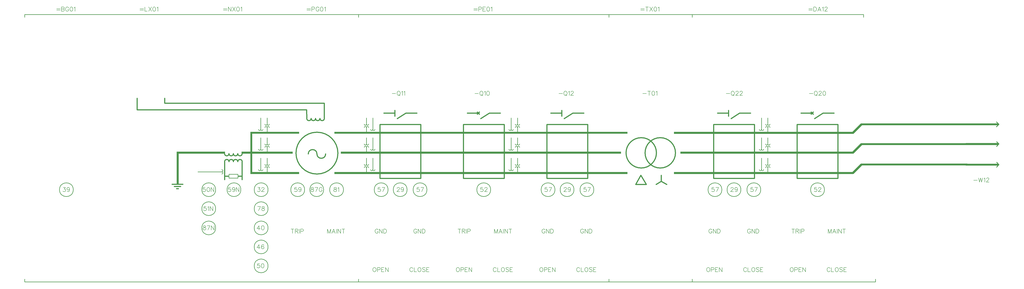
<source format=gto>
G04 Layer: TopSilkscreenLayer*
G04 EasyEDA v6.5.34, 2023-08-21 18:11:39*
G04 7820172c1e5c4a8f996b360b20b43df3,5a6b42c53f6a479593ecc07194224c93,10*
G04 Gerber Generator version 0.2*
G04 Scale: 100 percent, Rotated: No, Reflected: No *
G04 Dimensions in millimeters *
G04 leading zeros omitted , absolute positions ,4 integer and 5 decimal *
%FSLAX45Y45*%
%MOMM*%

%ADD10C,0.2032*%
%ADD11C,0.2540*%
%ADD12C,0.5000*%
%ADD13C,1.0000*%

%LPD*%
D10*
X46685200Y4920234D02*
G01*
X46851570Y4920234D01*
X46912529Y5030978D02*
G01*
X46958504Y4837176D01*
X47004732Y5030978D02*
G01*
X46958504Y4837176D01*
X47004732Y5030978D02*
G01*
X47050959Y4837176D01*
X47097188Y5030978D02*
G01*
X47050959Y4837176D01*
X47158148Y4994147D02*
G01*
X47176690Y5003292D01*
X47204375Y5030978D01*
X47204375Y4837176D01*
X47274479Y4984750D02*
G01*
X47274479Y4994147D01*
X47283624Y5012689D01*
X47293022Y5021834D01*
X47311309Y5030978D01*
X47348393Y5030978D01*
X47366936Y5021834D01*
X47376079Y5012689D01*
X47385224Y4994147D01*
X47385224Y4975605D01*
X47376079Y4957063D01*
X47357538Y4929378D01*
X47265336Y4837176D01*
X47394622Y4837176D01*
X23712487Y8920734D02*
G01*
X23878857Y8920734D01*
X23995189Y9031478D02*
G01*
X23976647Y9022334D01*
X23958359Y9003792D01*
X23948961Y8985250D01*
X23939817Y8957563D01*
X23939817Y8911589D01*
X23948961Y8883650D01*
X23958359Y8865362D01*
X23976647Y8846820D01*
X23995189Y8837676D01*
X24032273Y8837676D01*
X24050561Y8846820D01*
X24069103Y8865362D01*
X24078247Y8883650D01*
X24087645Y8911589D01*
X24087645Y8957563D01*
X24078247Y8985250D01*
X24069103Y9003792D01*
X24050561Y9022334D01*
X24032273Y9031478D01*
X23995189Y9031478D01*
X24022875Y8874505D02*
G01*
X24078247Y8819134D01*
X24148605Y8994647D02*
G01*
X24166893Y9003792D01*
X24194833Y9031478D01*
X24194833Y8837676D01*
X24311165Y9031478D02*
G01*
X24283479Y9022334D01*
X24264937Y8994647D01*
X24255793Y8948420D01*
X24255793Y8920734D01*
X24264937Y8874505D01*
X24283479Y8846820D01*
X24311165Y8837676D01*
X24329453Y8837676D01*
X24357393Y8846820D01*
X24375681Y8874505D01*
X24385079Y8920734D01*
X24385079Y8948420D01*
X24375681Y8994647D01*
X24357393Y9022334D01*
X24329453Y9031478D01*
X24311165Y9031478D01*
X27586089Y8920734D02*
G01*
X27752459Y8920734D01*
X27868791Y9031478D02*
G01*
X27850249Y9022334D01*
X27831707Y9003792D01*
X27822563Y8985250D01*
X27813419Y8957563D01*
X27813419Y8911589D01*
X27822563Y8883650D01*
X27831707Y8865362D01*
X27850249Y8846820D01*
X27868791Y8837676D01*
X27905621Y8837676D01*
X27924163Y8846820D01*
X27942705Y8865362D01*
X27951849Y8883650D01*
X27960993Y8911589D01*
X27960993Y8957563D01*
X27951849Y8985250D01*
X27942705Y9003792D01*
X27924163Y9022334D01*
X27905621Y9031478D01*
X27868791Y9031478D01*
X27896477Y8874505D02*
G01*
X27951849Y8819134D01*
X28021953Y8994647D02*
G01*
X28040495Y9003792D01*
X28068181Y9031478D01*
X28068181Y8837676D01*
X28138539Y8985250D02*
G01*
X28138539Y8994647D01*
X28147683Y9013189D01*
X28156827Y9022334D01*
X28175369Y9031478D01*
X28212453Y9031478D01*
X28230741Y9022334D01*
X28240139Y9013189D01*
X28249283Y8994647D01*
X28249283Y8976105D01*
X28240139Y8957563D01*
X28221597Y8929878D01*
X28129141Y8837676D01*
X28258427Y8837676D01*
X19902665Y8920734D02*
G01*
X20068781Y8920734D01*
X20185113Y9031478D02*
G01*
X20166825Y9022334D01*
X20148283Y9003792D01*
X20139139Y8985250D01*
X20129741Y8957563D01*
X20129741Y8911589D01*
X20139139Y8883650D01*
X20148283Y8865362D01*
X20166825Y8846820D01*
X20185113Y8837676D01*
X20222197Y8837676D01*
X20240739Y8846820D01*
X20259027Y8865362D01*
X20268425Y8883650D01*
X20277569Y8911589D01*
X20277569Y8957563D01*
X20268425Y8985250D01*
X20259027Y9003792D01*
X20240739Y9022334D01*
X20222197Y9031478D01*
X20185113Y9031478D01*
X20213053Y8874505D02*
G01*
X20268425Y8819134D01*
X20338529Y8994647D02*
G01*
X20357071Y9003792D01*
X20384757Y9031478D01*
X20384757Y8837676D01*
X20445717Y8994647D02*
G01*
X20464259Y9003792D01*
X20491945Y9031478D01*
X20491945Y8837676D01*
X8292261Y12834620D02*
G01*
X8458377Y12834620D01*
X8292261Y12779247D02*
G01*
X8458377Y12779247D01*
X8519337Y12917678D02*
G01*
X8519337Y12723876D01*
X8519337Y12723876D02*
G01*
X8630335Y12723876D01*
X8691295Y12917678D02*
G01*
X8820581Y12723876D01*
X8820581Y12917678D02*
G01*
X8691295Y12723876D01*
X8936913Y12917678D02*
G01*
X8909227Y12908534D01*
X8890685Y12880847D01*
X8881541Y12834620D01*
X8881541Y12806934D01*
X8890685Y12760705D01*
X8909227Y12733020D01*
X8936913Y12723876D01*
X8955455Y12723876D01*
X8983141Y12733020D01*
X9001429Y12760705D01*
X9010827Y12806934D01*
X9010827Y12834620D01*
X9001429Y12880847D01*
X8983141Y12908534D01*
X8955455Y12917678D01*
X8936913Y12917678D01*
X9071787Y12880847D02*
G01*
X9090075Y12889992D01*
X9118015Y12917678D01*
X9118015Y12723876D01*
X23665103Y12834620D02*
G01*
X23831219Y12834620D01*
X23665103Y12779247D02*
G01*
X23831219Y12779247D01*
X23892179Y12917678D02*
G01*
X23892179Y12723876D01*
X23892179Y12917678D02*
G01*
X23975237Y12917678D01*
X24002923Y12908534D01*
X24012321Y12899389D01*
X24021465Y12880847D01*
X24021465Y12853162D01*
X24012321Y12834620D01*
X24002923Y12825476D01*
X23975237Y12816078D01*
X23892179Y12816078D01*
X24082425Y12917678D02*
G01*
X24082425Y12723876D01*
X24082425Y12917678D02*
G01*
X24202567Y12917678D01*
X24082425Y12825476D02*
G01*
X24156339Y12825476D01*
X24082425Y12723876D02*
G01*
X24202567Y12723876D01*
X24318899Y12917678D02*
G01*
X24291213Y12908534D01*
X24272671Y12880847D01*
X24263527Y12834620D01*
X24263527Y12806934D01*
X24272671Y12760705D01*
X24291213Y12733020D01*
X24318899Y12723876D01*
X24337441Y12723876D01*
X24365127Y12733020D01*
X24383669Y12760705D01*
X24392813Y12806934D01*
X24392813Y12834620D01*
X24383669Y12880847D01*
X24365127Y12908534D01*
X24337441Y12917678D01*
X24318899Y12917678D01*
X24453773Y12880847D02*
G01*
X24472315Y12889992D01*
X24500001Y12917678D01*
X24500001Y12723876D01*
X12135281Y12834620D02*
G01*
X12301651Y12834620D01*
X12135281Y12779247D02*
G01*
X12301651Y12779247D01*
X12362611Y12917678D02*
G01*
X12362611Y12723876D01*
X12362611Y12917678D02*
G01*
X12491897Y12723876D01*
X12491897Y12917678D02*
G01*
X12491897Y12723876D01*
X12552857Y12917678D02*
G01*
X12682143Y12723876D01*
X12682143Y12917678D02*
G01*
X12552857Y12723876D01*
X12798475Y12917678D02*
G01*
X12770789Y12908534D01*
X12752247Y12880847D01*
X12743103Y12834620D01*
X12743103Y12806934D01*
X12752247Y12760705D01*
X12770789Y12733020D01*
X12798475Y12723876D01*
X12817017Y12723876D01*
X12844703Y12733020D01*
X12863245Y12760705D01*
X12872389Y12806934D01*
X12872389Y12834620D01*
X12863245Y12880847D01*
X12844703Y12908534D01*
X12817017Y12917678D01*
X12798475Y12917678D01*
X12933349Y12880847D02*
G01*
X12951891Y12889992D01*
X12979577Y12917678D01*
X12979577Y12723876D01*
X15978555Y12834620D02*
G01*
X16144925Y12834620D01*
X15978555Y12779247D02*
G01*
X16144925Y12779247D01*
X16205885Y12917678D02*
G01*
X16205885Y12723876D01*
X16205885Y12917678D02*
G01*
X16288943Y12917678D01*
X16316629Y12908534D01*
X16325773Y12899389D01*
X16335171Y12880847D01*
X16335171Y12853162D01*
X16325773Y12834620D01*
X16316629Y12825476D01*
X16288943Y12816078D01*
X16205885Y12816078D01*
X16534561Y12871450D02*
G01*
X16525417Y12889992D01*
X16506875Y12908534D01*
X16488333Y12917678D01*
X16451503Y12917678D01*
X16432961Y12908534D01*
X16414419Y12889992D01*
X16405275Y12871450D01*
X16396131Y12843763D01*
X16396131Y12797789D01*
X16405275Y12769850D01*
X16414419Y12751562D01*
X16432961Y12733020D01*
X16451503Y12723876D01*
X16488333Y12723876D01*
X16506875Y12733020D01*
X16525417Y12751562D01*
X16534561Y12769850D01*
X16534561Y12797789D01*
X16488333Y12797789D02*
G01*
X16534561Y12797789D01*
X16650893Y12917678D02*
G01*
X16623207Y12908534D01*
X16604919Y12880847D01*
X16595521Y12834620D01*
X16595521Y12806934D01*
X16604919Y12760705D01*
X16623207Y12733020D01*
X16650893Y12723876D01*
X16669435Y12723876D01*
X16697121Y12733020D01*
X16715663Y12760705D01*
X16724807Y12806934D01*
X16724807Y12834620D01*
X16715663Y12880847D01*
X16697121Y12908534D01*
X16669435Y12917678D01*
X16650893Y12917678D01*
X16785767Y12880847D02*
G01*
X16804309Y12889992D01*
X16831995Y12917678D01*
X16831995Y12723876D01*
X31351347Y12834620D02*
G01*
X31517716Y12834620D01*
X31351347Y12779247D02*
G01*
X31517716Y12779247D01*
X31643193Y12917678D02*
G01*
X31643193Y12723876D01*
X31578677Y12917678D02*
G01*
X31707963Y12917678D01*
X31768923Y12917678D02*
G01*
X31898209Y12723876D01*
X31898209Y12917678D02*
G01*
X31768923Y12723876D01*
X32014540Y12917678D02*
G01*
X31986854Y12908534D01*
X31968313Y12880847D01*
X31959168Y12834620D01*
X31959168Y12806934D01*
X31968313Y12760705D01*
X31986854Y12733020D01*
X32014540Y12723876D01*
X32033083Y12723876D01*
X32060768Y12733020D01*
X32079311Y12760705D01*
X32088454Y12806934D01*
X32088454Y12834620D01*
X32079311Y12880847D01*
X32060768Y12908534D01*
X32033083Y12917678D01*
X32014540Y12917678D01*
X32149415Y12880847D02*
G01*
X32167957Y12889992D01*
X32195643Y12917678D01*
X32195643Y12723876D01*
X31446901Y8920734D02*
G01*
X31613271Y8920734D01*
X31738747Y9031478D02*
G01*
X31738747Y8837676D01*
X31674231Y9031478D02*
G01*
X31803517Y9031478D01*
X31919849Y9031478D02*
G01*
X31892163Y9022334D01*
X31873621Y8994647D01*
X31864477Y8948420D01*
X31864477Y8920734D01*
X31873621Y8874505D01*
X31892163Y8846820D01*
X31919849Y8837676D01*
X31938391Y8837676D01*
X31966077Y8846820D01*
X31984365Y8874505D01*
X31993763Y8920734D01*
X31993763Y8948420D01*
X31984365Y8994647D01*
X31966077Y9022334D01*
X31938391Y9031478D01*
X31919849Y9031478D01*
X32054723Y8994647D02*
G01*
X32073265Y9003792D01*
X32100951Y9031478D01*
X32100951Y8837676D01*
X35290061Y8920734D02*
G01*
X35456431Y8920734D01*
X35572763Y9031478D02*
G01*
X35554221Y9022334D01*
X35535679Y9003792D01*
X35526535Y8985250D01*
X35517391Y8957563D01*
X35517391Y8911589D01*
X35526535Y8883650D01*
X35535679Y8865362D01*
X35554221Y8846820D01*
X35572763Y8837676D01*
X35609593Y8837676D01*
X35628135Y8846820D01*
X35646677Y8865362D01*
X35655821Y8883650D01*
X35665219Y8911589D01*
X35665219Y8957563D01*
X35655821Y8985250D01*
X35646677Y9003792D01*
X35628135Y9022334D01*
X35609593Y9031478D01*
X35572763Y9031478D01*
X35600449Y8874505D02*
G01*
X35655821Y8819134D01*
X35735323Y8985250D02*
G01*
X35735323Y8994647D01*
X35744467Y9013189D01*
X35753865Y9022334D01*
X35772153Y9031478D01*
X35809237Y9031478D01*
X35827779Y9022334D01*
X35836923Y9013189D01*
X35846067Y8994647D01*
X35846067Y8976105D01*
X35836923Y8957563D01*
X35818381Y8929878D01*
X35726179Y8837676D01*
X35855465Y8837676D01*
X35925569Y8985250D02*
G01*
X35925569Y8994647D01*
X35934713Y9013189D01*
X35944111Y9022334D01*
X35962399Y9031478D01*
X35999483Y9031478D01*
X36018025Y9022334D01*
X36027169Y9013189D01*
X36036313Y8994647D01*
X36036313Y8976105D01*
X36027169Y8957563D01*
X36008627Y8929878D01*
X35916425Y8837676D01*
X36045711Y8837676D01*
X39114818Y8920734D02*
G01*
X39280934Y8920734D01*
X39397520Y9031478D02*
G01*
X39378978Y9022334D01*
X39360436Y9003792D01*
X39351292Y8985250D01*
X39341894Y8957563D01*
X39341894Y8911589D01*
X39351292Y8883650D01*
X39360436Y8865362D01*
X39378978Y8846820D01*
X39397520Y8837676D01*
X39434350Y8837676D01*
X39452892Y8846820D01*
X39471434Y8865362D01*
X39480578Y8883650D01*
X39489722Y8911589D01*
X39489722Y8957563D01*
X39480578Y8985250D01*
X39471434Y9003792D01*
X39452892Y9022334D01*
X39434350Y9031478D01*
X39397520Y9031478D01*
X39425206Y8874505D02*
G01*
X39480578Y8819134D01*
X39560080Y8985250D02*
G01*
X39560080Y8994647D01*
X39569224Y9013189D01*
X39578368Y9022334D01*
X39596910Y9031478D01*
X39633994Y9031478D01*
X39652282Y9022334D01*
X39661680Y9013189D01*
X39670824Y8994647D01*
X39670824Y8976105D01*
X39661680Y8957563D01*
X39643138Y8929878D01*
X39550682Y8837676D01*
X39679968Y8837676D01*
X39796554Y9031478D02*
G01*
X39768614Y9022334D01*
X39750326Y8994647D01*
X39740928Y8948420D01*
X39740928Y8920734D01*
X39750326Y8874505D01*
X39768614Y8846820D01*
X39796554Y8837676D01*
X39814842Y8837676D01*
X39842528Y8846820D01*
X39861070Y8874505D01*
X39870214Y8920734D01*
X39870214Y8948420D01*
X39861070Y8994647D01*
X39842528Y9022334D01*
X39814842Y9031478D01*
X39796554Y9031478D01*
X26758668Y890831D02*
G01*
X26740126Y881687D01*
X26721584Y863145D01*
X26712440Y844603D01*
X26703296Y816917D01*
X26703296Y770689D01*
X26712440Y743003D01*
X26721584Y724715D01*
X26740126Y706173D01*
X26758668Y696775D01*
X26795498Y696775D01*
X26814040Y706173D01*
X26832582Y724715D01*
X26841726Y743003D01*
X26850870Y770689D01*
X26850870Y816917D01*
X26841726Y844603D01*
X26832582Y863145D01*
X26814040Y881687D01*
X26795498Y890831D01*
X26758668Y890831D01*
X26911830Y890831D02*
G01*
X26911830Y696775D01*
X26911830Y890831D02*
G01*
X26995142Y890831D01*
X27022828Y881687D01*
X27031972Y872289D01*
X27041116Y854001D01*
X27041116Y826315D01*
X27031972Y807773D01*
X27022828Y798375D01*
X26995142Y789231D01*
X26911830Y789231D01*
X27102076Y890831D02*
G01*
X27102076Y696775D01*
X27102076Y890831D02*
G01*
X27222218Y890831D01*
X27102076Y798375D02*
G01*
X27175990Y798375D01*
X27102076Y696775D02*
G01*
X27222218Y696775D01*
X27283178Y890831D02*
G01*
X27283178Y696775D01*
X27283178Y890831D02*
G01*
X27412464Y696775D01*
X27412464Y890831D02*
G01*
X27412464Y696775D01*
X28724501Y2622382D02*
G01*
X28715357Y2640924D01*
X28696815Y2659466D01*
X28678527Y2668610D01*
X28641443Y2668610D01*
X28622901Y2659466D01*
X28604613Y2640924D01*
X28595215Y2622382D01*
X28586071Y2594696D01*
X28586071Y2548722D01*
X28595215Y2520782D01*
X28604613Y2502494D01*
X28622901Y2483952D01*
X28641443Y2474808D01*
X28678527Y2474808D01*
X28696815Y2483952D01*
X28715357Y2502494D01*
X28724501Y2520782D01*
X28724501Y2548722D01*
X28678527Y2548722D02*
G01*
X28724501Y2548722D01*
X28785461Y2668610D02*
G01*
X28785461Y2474808D01*
X28785461Y2668610D02*
G01*
X28915001Y2474808D01*
X28915001Y2668610D02*
G01*
X28915001Y2474808D01*
X28975961Y2668610D02*
G01*
X28975961Y2474808D01*
X28975961Y2668610D02*
G01*
X29040477Y2668610D01*
X29068163Y2659466D01*
X29086705Y2640924D01*
X29095849Y2622382D01*
X29105247Y2594696D01*
X29105247Y2548722D01*
X29095849Y2520782D01*
X29086705Y2502494D01*
X29068163Y2483952D01*
X29040477Y2474808D01*
X28975961Y2474808D01*
X26946098Y2622550D02*
G01*
X26936954Y2641092D01*
X26918411Y2659634D01*
X26900124Y2668778D01*
X26863040Y2668778D01*
X26844498Y2659634D01*
X26826209Y2641092D01*
X26816811Y2622550D01*
X26807668Y2594863D01*
X26807668Y2548889D01*
X26816811Y2520950D01*
X26826209Y2502662D01*
X26844498Y2484120D01*
X26863040Y2474976D01*
X26900124Y2474976D01*
X26918411Y2484120D01*
X26936954Y2502662D01*
X26946098Y2520950D01*
X26946098Y2548889D01*
X26900124Y2548889D02*
G01*
X26946098Y2548889D01*
X27007058Y2668778D02*
G01*
X27007058Y2474976D01*
X27007058Y2668778D02*
G01*
X27136598Y2474976D01*
X27136598Y2668778D02*
G01*
X27136598Y2474976D01*
X27197558Y2668778D02*
G01*
X27197558Y2474976D01*
X27197558Y2668778D02*
G01*
X27262074Y2668778D01*
X27289759Y2659634D01*
X27308302Y2641092D01*
X27317445Y2622550D01*
X27326843Y2594863D01*
X27326843Y2548889D01*
X27317445Y2520950D01*
X27308302Y2502662D01*
X27289759Y2484120D01*
X27262074Y2474976D01*
X27197558Y2474976D01*
X27818016Y4540250D02*
G01*
X27818016Y4549647D01*
X27827414Y4568189D01*
X27836558Y4577334D01*
X27855100Y4586478D01*
X27891930Y4586478D01*
X27910472Y4577334D01*
X27919616Y4568189D01*
X27929014Y4549647D01*
X27929014Y4531105D01*
X27919616Y4512563D01*
X27901328Y4484878D01*
X27808872Y4392676D01*
X27938158Y4392676D01*
X28119260Y4521962D02*
G01*
X28109862Y4494276D01*
X28091574Y4475734D01*
X28063888Y4466589D01*
X28054490Y4466589D01*
X28026804Y4475734D01*
X28008262Y4494276D01*
X27999118Y4521962D01*
X27999118Y4531105D01*
X28008262Y4558792D01*
X28026804Y4577334D01*
X28054490Y4586478D01*
X28063888Y4586478D01*
X28091574Y4577334D01*
X28109862Y4558792D01*
X28119260Y4521962D01*
X28119260Y4475734D01*
X28109862Y4429505D01*
X28091574Y4401820D01*
X28063888Y4392676D01*
X28045346Y4392676D01*
X28017660Y4401820D01*
X28008262Y4420362D01*
X28834016Y4586478D02*
G01*
X28741814Y4586478D01*
X28732416Y4503420D01*
X28741814Y4512563D01*
X28769500Y4521962D01*
X28797186Y4521962D01*
X28824872Y4512563D01*
X28843414Y4494276D01*
X28852558Y4466589D01*
X28852558Y4448047D01*
X28843414Y4420362D01*
X28824872Y4401820D01*
X28797186Y4392676D01*
X28769500Y4392676D01*
X28741814Y4401820D01*
X28732416Y4410963D01*
X28723272Y4429505D01*
X29042804Y4586478D02*
G01*
X28950602Y4392676D01*
X28913518Y4586478D02*
G01*
X29042804Y4586478D01*
X27043316Y4586478D02*
G01*
X26951114Y4586478D01*
X26941716Y4503420D01*
X26951114Y4512563D01*
X26978800Y4521962D01*
X27006486Y4521962D01*
X27034172Y4512563D01*
X27052714Y4494276D01*
X27061858Y4466589D01*
X27061858Y4448047D01*
X27052714Y4420362D01*
X27034172Y4401820D01*
X27006486Y4392676D01*
X26978800Y4392676D01*
X26951114Y4401820D01*
X26941716Y4410963D01*
X26932572Y4429505D01*
X27252104Y4586478D02*
G01*
X27159902Y4392676D01*
X27122818Y4586478D02*
G01*
X27252104Y4586478D01*
X28543443Y844603D02*
G01*
X28534299Y863145D01*
X28515757Y881687D01*
X28497215Y890831D01*
X28460385Y890831D01*
X28441843Y881687D01*
X28423555Y863145D01*
X28414157Y844603D01*
X28405013Y816917D01*
X28405013Y770689D01*
X28414157Y743003D01*
X28423555Y724715D01*
X28441843Y706173D01*
X28460385Y696775D01*
X28497215Y696775D01*
X28515757Y706173D01*
X28534299Y724715D01*
X28543443Y743003D01*
X28604403Y890831D02*
G01*
X28604403Y696775D01*
X28604403Y696775D02*
G01*
X28715401Y696775D01*
X28831733Y890831D02*
G01*
X28813191Y881687D01*
X28794649Y863145D01*
X28785505Y844603D01*
X28776361Y816917D01*
X28776361Y770689D01*
X28785505Y743003D01*
X28794649Y724715D01*
X28813191Y706173D01*
X28831733Y696775D01*
X28868563Y696775D01*
X28887105Y706173D01*
X28905647Y724715D01*
X28914791Y743003D01*
X28923935Y770689D01*
X28923935Y816917D01*
X28914791Y844603D01*
X28905647Y863145D01*
X28887105Y881687D01*
X28868563Y890831D01*
X28831733Y890831D01*
X29114435Y863145D02*
G01*
X29095893Y881687D01*
X29068207Y890831D01*
X29031123Y890831D01*
X29003437Y881687D01*
X28984895Y863145D01*
X28984895Y844603D01*
X28994293Y826315D01*
X29003437Y816917D01*
X29021979Y807773D01*
X29077351Y789231D01*
X29095893Y780087D01*
X29105037Y770689D01*
X29114435Y752401D01*
X29114435Y724715D01*
X29095893Y706173D01*
X29068207Y696775D01*
X29031123Y696775D01*
X29003437Y706173D01*
X28984895Y724715D01*
X29175395Y890831D02*
G01*
X29175395Y696775D01*
X29175395Y890831D02*
G01*
X29295283Y890831D01*
X29175395Y798375D02*
G01*
X29249055Y798375D01*
X29175395Y696775D02*
G01*
X29295283Y696775D01*
X15513735Y4586478D02*
G01*
X15421533Y4586478D01*
X15412135Y4503420D01*
X15421533Y4512563D01*
X15449219Y4521962D01*
X15476905Y4521962D01*
X15504591Y4512563D01*
X15523133Y4494276D01*
X15532277Y4466589D01*
X15532277Y4448047D01*
X15523133Y4420362D01*
X15504591Y4401820D01*
X15476905Y4392676D01*
X15449219Y4392676D01*
X15421533Y4401820D01*
X15412135Y4410963D01*
X15402991Y4429505D01*
X15713379Y4521962D02*
G01*
X15703981Y4494276D01*
X15685693Y4475734D01*
X15658007Y4466589D01*
X15648609Y4466589D01*
X15620923Y4475734D01*
X15602381Y4494276D01*
X15593237Y4521962D01*
X15593237Y4531105D01*
X15602381Y4558792D01*
X15620923Y4577334D01*
X15648609Y4586478D01*
X15658007Y4586478D01*
X15685693Y4577334D01*
X15703981Y4558792D01*
X15713379Y4521962D01*
X15713379Y4475734D01*
X15703981Y4429505D01*
X15685693Y4401820D01*
X15658007Y4392676D01*
X15639465Y4392676D01*
X15611779Y4401820D01*
X15602381Y4420362D01*
X17262525Y4586478D02*
G01*
X17234839Y4577334D01*
X17225441Y4558792D01*
X17225441Y4540250D01*
X17234839Y4521962D01*
X17253127Y4512563D01*
X17290211Y4503420D01*
X17317897Y4494276D01*
X17336439Y4475734D01*
X17345583Y4457192D01*
X17345583Y4429505D01*
X17336439Y4410963D01*
X17327041Y4401820D01*
X17299355Y4392676D01*
X17262525Y4392676D01*
X17234839Y4401820D01*
X17225441Y4410963D01*
X17216297Y4429505D01*
X17216297Y4457192D01*
X17225441Y4475734D01*
X17243983Y4494276D01*
X17271669Y4503420D01*
X17308753Y4512563D01*
X17327041Y4521962D01*
X17336439Y4540250D01*
X17336439Y4558792D01*
X17327041Y4577334D01*
X17299355Y4586478D01*
X17262525Y4586478D01*
X17406543Y4549647D02*
G01*
X17425085Y4558792D01*
X17452771Y4586478D01*
X17452771Y4392676D01*
X13796441Y1068578D02*
G01*
X13704239Y1068578D01*
X13694841Y985520D01*
X13704239Y994663D01*
X13731925Y1004062D01*
X13759611Y1004062D01*
X13787297Y994663D01*
X13805839Y976376D01*
X13814983Y948689D01*
X13814983Y930147D01*
X13805839Y902462D01*
X13787297Y883920D01*
X13759611Y874776D01*
X13731925Y874776D01*
X13704239Y883920D01*
X13694841Y893063D01*
X13685697Y911605D01*
X13931315Y1068578D02*
G01*
X13903629Y1059434D01*
X13885087Y1031747D01*
X13875943Y985520D01*
X13875943Y957834D01*
X13885087Y911605D01*
X13903629Y883920D01*
X13931315Y874776D01*
X13949857Y874776D01*
X13977543Y883920D01*
X13996085Y911605D01*
X14005229Y957834D01*
X14005229Y985520D01*
X13996085Y1031747D01*
X13977543Y1059434D01*
X13949857Y1068578D01*
X13931315Y1068578D01*
X13778153Y1944878D02*
G01*
X13685697Y1815592D01*
X13824127Y1815592D01*
X13778153Y1944878D02*
G01*
X13778153Y1751076D01*
X13996085Y1917192D02*
G01*
X13986687Y1935734D01*
X13959001Y1944878D01*
X13940713Y1944878D01*
X13913027Y1935734D01*
X13894485Y1908047D01*
X13885087Y1861820D01*
X13885087Y1815592D01*
X13894485Y1778762D01*
X13913027Y1760220D01*
X13940713Y1751076D01*
X13949857Y1751076D01*
X13977543Y1760220D01*
X13996085Y1778762D01*
X14005229Y1806447D01*
X14005229Y1815592D01*
X13996085Y1843278D01*
X13977543Y1861820D01*
X13949857Y1870963D01*
X13940713Y1870963D01*
X13913027Y1861820D01*
X13894485Y1843278D01*
X13885087Y1815592D01*
X13716939Y4586478D02*
G01*
X13818539Y4586478D01*
X13763167Y4512563D01*
X13790853Y4512563D01*
X13809141Y4503420D01*
X13818539Y4494276D01*
X13827683Y4466589D01*
X13827683Y4448047D01*
X13818539Y4420362D01*
X13799997Y4401820D01*
X13772311Y4392676D01*
X13744625Y4392676D01*
X13716939Y4401820D01*
X13707541Y4410963D01*
X13698397Y4429505D01*
X13897787Y4540250D02*
G01*
X13897787Y4549647D01*
X13907185Y4568189D01*
X13916329Y4577334D01*
X13934871Y4586478D01*
X13971701Y4586478D01*
X13990243Y4577334D01*
X13999387Y4568189D01*
X14008785Y4549647D01*
X14008785Y4531105D01*
X13999387Y4512563D01*
X13981099Y4484878D01*
X13888643Y4392676D01*
X14017929Y4392676D01*
X13840383Y3710178D02*
G01*
X13747927Y3516376D01*
X13711097Y3710178D02*
G01*
X13840383Y3710178D01*
X13947571Y3710178D02*
G01*
X13919885Y3701034D01*
X13910487Y3682492D01*
X13910487Y3663950D01*
X13919885Y3645662D01*
X13938427Y3636263D01*
X13975257Y3627120D01*
X14002943Y3617976D01*
X14021485Y3599434D01*
X14030629Y3580892D01*
X14030629Y3553205D01*
X14021485Y3534663D01*
X14012087Y3525520D01*
X13984401Y3516376D01*
X13947571Y3516376D01*
X13919885Y3525520D01*
X13910487Y3534663D01*
X13901343Y3553205D01*
X13901343Y3580892D01*
X13910487Y3599434D01*
X13929029Y3617976D01*
X13956715Y3627120D01*
X13993799Y3636263D01*
X14012087Y3645662D01*
X14021485Y3663950D01*
X14021485Y3682492D01*
X14012087Y3701034D01*
X13984401Y3710178D01*
X13947571Y3710178D01*
X13778153Y2821178D02*
G01*
X13685697Y2691892D01*
X13824127Y2691892D01*
X13778153Y2821178D02*
G01*
X13778153Y2627376D01*
X13940713Y2821178D02*
G01*
X13913027Y2812034D01*
X13894485Y2784347D01*
X13885087Y2738120D01*
X13885087Y2710434D01*
X13894485Y2664205D01*
X13913027Y2636520D01*
X13940713Y2627376D01*
X13959001Y2627376D01*
X13986687Y2636520D01*
X14005229Y2664205D01*
X14014627Y2710434D01*
X14014627Y2738120D01*
X14005229Y2784347D01*
X13986687Y2812034D01*
X13959001Y2821178D01*
X13940713Y2821178D01*
X11242725Y2821178D02*
G01*
X11215039Y2812034D01*
X11205641Y2793492D01*
X11205641Y2774950D01*
X11215039Y2756662D01*
X11233327Y2747263D01*
X11270411Y2738120D01*
X11298097Y2728976D01*
X11316639Y2710434D01*
X11325783Y2691892D01*
X11325783Y2664205D01*
X11316639Y2645663D01*
X11307241Y2636520D01*
X11279555Y2627376D01*
X11242725Y2627376D01*
X11215039Y2636520D01*
X11205641Y2645663D01*
X11196497Y2664205D01*
X11196497Y2691892D01*
X11205641Y2710434D01*
X11224183Y2728976D01*
X11251869Y2738120D01*
X11288953Y2747263D01*
X11307241Y2756662D01*
X11316639Y2774950D01*
X11316639Y2793492D01*
X11307241Y2812034D01*
X11279555Y2821178D01*
X11242725Y2821178D01*
X11516029Y2821178D02*
G01*
X11423827Y2627376D01*
X11386743Y2821178D02*
G01*
X11516029Y2821178D01*
X11576989Y2821178D02*
G01*
X11576989Y2627376D01*
X11576989Y2821178D02*
G01*
X11706275Y2627376D01*
X11706275Y2821178D02*
G01*
X11706275Y2627376D01*
X11332819Y3710178D02*
G01*
X11240363Y3710178D01*
X11231219Y3627120D01*
X11240363Y3636263D01*
X11268049Y3645662D01*
X11295735Y3645662D01*
X11323421Y3636263D01*
X11341963Y3617976D01*
X11351107Y3590289D01*
X11351107Y3571747D01*
X11341963Y3544062D01*
X11323421Y3525520D01*
X11295735Y3516376D01*
X11268049Y3516376D01*
X11240363Y3525520D01*
X11231219Y3534663D01*
X11221821Y3553205D01*
X11412067Y3673347D02*
G01*
X11430609Y3682492D01*
X11458295Y3710178D01*
X11458295Y3516376D01*
X11519255Y3710178D02*
G01*
X11519255Y3516376D01*
X11519255Y3710178D02*
G01*
X11648541Y3516376D01*
X11648541Y3710178D02*
G01*
X11648541Y3516376D01*
X24700270Y844603D02*
G01*
X24691126Y863145D01*
X24672584Y881687D01*
X24654042Y890831D01*
X24617212Y890831D01*
X24598670Y881687D01*
X24580382Y863145D01*
X24570984Y844603D01*
X24561840Y816917D01*
X24561840Y770689D01*
X24570984Y743003D01*
X24580382Y724715D01*
X24598670Y706173D01*
X24617212Y696775D01*
X24654042Y696775D01*
X24672584Y706173D01*
X24691126Y724715D01*
X24700270Y743003D01*
X24761230Y890831D02*
G01*
X24761230Y696775D01*
X24761230Y696775D02*
G01*
X24872228Y696775D01*
X24988560Y890831D02*
G01*
X24970018Y881687D01*
X24951476Y863145D01*
X24942332Y844603D01*
X24933188Y816917D01*
X24933188Y770689D01*
X24942332Y743003D01*
X24951476Y724715D01*
X24970018Y706173D01*
X24988560Y696775D01*
X25025390Y696775D01*
X25043932Y706173D01*
X25062474Y724715D01*
X25071618Y743003D01*
X25080762Y770689D01*
X25080762Y816917D01*
X25071618Y844603D01*
X25062474Y863145D01*
X25043932Y881687D01*
X25025390Y890831D01*
X24988560Y890831D01*
X25271262Y863145D02*
G01*
X25252720Y881687D01*
X25225034Y890831D01*
X25187950Y890831D01*
X25160264Y881687D01*
X25141722Y863145D01*
X25141722Y844603D01*
X25151120Y826315D01*
X25160264Y816917D01*
X25178806Y807773D01*
X25234178Y789231D01*
X25252720Y780087D01*
X25261864Y770689D01*
X25271262Y752401D01*
X25271262Y724715D01*
X25252720Y706173D01*
X25225034Y696775D01*
X25187950Y696775D01*
X25160264Y706173D01*
X25141722Y724715D01*
X25332222Y890831D02*
G01*
X25332222Y696775D01*
X25332222Y890831D02*
G01*
X25452110Y890831D01*
X25332222Y798375D02*
G01*
X25405882Y798375D01*
X25332222Y696775D02*
G01*
X25452110Y696775D01*
X22915496Y890831D02*
G01*
X22896954Y881687D01*
X22878412Y863145D01*
X22869268Y844603D01*
X22860124Y816917D01*
X22860124Y770689D01*
X22869268Y743003D01*
X22878412Y724715D01*
X22896954Y706173D01*
X22915496Y696775D01*
X22952326Y696775D01*
X22970868Y706173D01*
X22989410Y724715D01*
X22998554Y743003D01*
X23007698Y770689D01*
X23007698Y816917D01*
X22998554Y844603D01*
X22989410Y863145D01*
X22970868Y881687D01*
X22952326Y890831D01*
X22915496Y890831D01*
X23068658Y890831D02*
G01*
X23068658Y696775D01*
X23068658Y890831D02*
G01*
X23151970Y890831D01*
X23179656Y881687D01*
X23188800Y872289D01*
X23197944Y854001D01*
X23197944Y826315D01*
X23188800Y807773D01*
X23179656Y798375D01*
X23151970Y789231D01*
X23068658Y789231D01*
X23258904Y890831D02*
G01*
X23258904Y696775D01*
X23258904Y890831D02*
G01*
X23379046Y890831D01*
X23258904Y798375D02*
G01*
X23332818Y798375D01*
X23258904Y696775D02*
G01*
X23379046Y696775D01*
X23440006Y890831D02*
G01*
X23440006Y696775D01*
X23440006Y890831D02*
G01*
X23569292Y696775D01*
X23569292Y890831D02*
G01*
X23569292Y696775D01*
X24612602Y2668945D02*
G01*
X24612602Y2474889D01*
X24612602Y2668945D02*
G01*
X24686516Y2474889D01*
X24760430Y2668945D02*
G01*
X24686516Y2474889D01*
X24760430Y2668945D02*
G01*
X24760430Y2474889D01*
X24895304Y2668945D02*
G01*
X24821390Y2474889D01*
X24895304Y2668945D02*
G01*
X24969218Y2474889D01*
X24849076Y2539659D02*
G01*
X24941532Y2539659D01*
X25030178Y2668945D02*
G01*
X25030178Y2474889D01*
X25091138Y2668945D02*
G01*
X25091138Y2474889D01*
X25091138Y2668945D02*
G01*
X25220424Y2474889D01*
X25220424Y2668945D02*
G01*
X25220424Y2474889D01*
X25345900Y2668945D02*
G01*
X25345900Y2474889D01*
X25281384Y2668945D02*
G01*
X25410670Y2668945D01*
X23000868Y2668778D02*
G01*
X23000868Y2474976D01*
X22936098Y2668778D02*
G01*
X23065384Y2668778D01*
X23126344Y2668778D02*
G01*
X23126344Y2474976D01*
X23126344Y2668778D02*
G01*
X23209656Y2668778D01*
X23237342Y2659634D01*
X23246486Y2650489D01*
X23255884Y2631947D01*
X23255884Y2613405D01*
X23246486Y2594863D01*
X23237342Y2585720D01*
X23209656Y2576576D01*
X23126344Y2576576D01*
X23191114Y2576576D02*
G01*
X23255884Y2474976D01*
X23316844Y2668778D02*
G01*
X23316844Y2474976D01*
X23377804Y2668778D02*
G01*
X23377804Y2474976D01*
X23377804Y2668778D02*
G01*
X23460862Y2668778D01*
X23488548Y2659634D01*
X23497692Y2650489D01*
X23507090Y2631947D01*
X23507090Y2604262D01*
X23497692Y2585720D01*
X23488548Y2576576D01*
X23460862Y2567178D01*
X23377804Y2567178D01*
X24081346Y4586478D02*
G01*
X23989144Y4586478D01*
X23979746Y4503420D01*
X23989144Y4512563D01*
X24016830Y4521962D01*
X24044516Y4521962D01*
X24072202Y4512563D01*
X24090744Y4494276D01*
X24099888Y4466589D01*
X24099888Y4448047D01*
X24090744Y4420362D01*
X24072202Y4401820D01*
X24044516Y4392676D01*
X24016830Y4392676D01*
X23989144Y4401820D01*
X23979746Y4410963D01*
X23970602Y4429505D01*
X24169992Y4540250D02*
G01*
X24169992Y4549647D01*
X24179390Y4568189D01*
X24188534Y4577334D01*
X24207076Y4586478D01*
X24243906Y4586478D01*
X24262448Y4577334D01*
X24271592Y4568189D01*
X24280990Y4549647D01*
X24280990Y4531105D01*
X24271592Y4512563D01*
X24253304Y4484878D01*
X24160848Y4392676D01*
X24290134Y4392676D01*
X16208425Y4586478D02*
G01*
X16180739Y4577334D01*
X16171341Y4558792D01*
X16171341Y4540250D01*
X16180739Y4521962D01*
X16199027Y4512563D01*
X16236111Y4503420D01*
X16263797Y4494276D01*
X16282339Y4475734D01*
X16291483Y4457192D01*
X16291483Y4429505D01*
X16282339Y4410963D01*
X16272941Y4401820D01*
X16245255Y4392676D01*
X16208425Y4392676D01*
X16180739Y4401820D01*
X16171341Y4410963D01*
X16162197Y4429505D01*
X16162197Y4457192D01*
X16171341Y4475734D01*
X16189883Y4494276D01*
X16217569Y4503420D01*
X16254653Y4512563D01*
X16272941Y4521962D01*
X16282339Y4540250D01*
X16282339Y4558792D01*
X16272941Y4577334D01*
X16245255Y4586478D01*
X16208425Y4586478D01*
X16481729Y4586478D02*
G01*
X16389527Y4392676D01*
X16352443Y4586478D02*
G01*
X16481729Y4586478D01*
X16681373Y4540250D02*
G01*
X16671975Y4558792D01*
X16653687Y4577334D01*
X16635145Y4586478D01*
X16598061Y4586478D01*
X16579773Y4577334D01*
X16561231Y4558792D01*
X16552087Y4540250D01*
X16542689Y4512563D01*
X16542689Y4466589D01*
X16552087Y4438650D01*
X16561231Y4420362D01*
X16579773Y4401820D01*
X16598061Y4392676D01*
X16635145Y4392676D01*
X16653687Y4401820D01*
X16671975Y4420362D01*
X16681373Y4438650D01*
X16681373Y4466589D01*
X16635145Y4466589D02*
G01*
X16681373Y4466589D01*
X11294541Y4586478D02*
G01*
X11202339Y4586478D01*
X11192941Y4503420D01*
X11202339Y4512563D01*
X11230025Y4521962D01*
X11257711Y4521962D01*
X11285397Y4512563D01*
X11303939Y4494276D01*
X11313083Y4466589D01*
X11313083Y4448047D01*
X11303939Y4420362D01*
X11285397Y4401820D01*
X11257711Y4392676D01*
X11230025Y4392676D01*
X11202339Y4401820D01*
X11192941Y4410963D01*
X11183797Y4429505D01*
X11429415Y4586478D02*
G01*
X11401729Y4577334D01*
X11383187Y4549647D01*
X11374043Y4503420D01*
X11374043Y4475734D01*
X11383187Y4429505D01*
X11401729Y4401820D01*
X11429415Y4392676D01*
X11447957Y4392676D01*
X11475643Y4401820D01*
X11494185Y4429505D01*
X11503329Y4475734D01*
X11503329Y4503420D01*
X11494185Y4549647D01*
X11475643Y4577334D01*
X11447957Y4586478D01*
X11429415Y4586478D01*
X11564289Y4586478D02*
G01*
X11564289Y4392676D01*
X11564289Y4586478D02*
G01*
X11693575Y4392676D01*
X11693575Y4586478D02*
G01*
X11693575Y4392676D01*
X12462941Y4586478D02*
G01*
X12370739Y4586478D01*
X12361341Y4503420D01*
X12370739Y4512563D01*
X12398425Y4521962D01*
X12426111Y4521962D01*
X12453797Y4512563D01*
X12472339Y4494276D01*
X12481483Y4466589D01*
X12481483Y4448047D01*
X12472339Y4420362D01*
X12453797Y4401820D01*
X12426111Y4392676D01*
X12398425Y4392676D01*
X12370739Y4401820D01*
X12361341Y4410963D01*
X12352197Y4429505D01*
X12662585Y4521962D02*
G01*
X12653187Y4494276D01*
X12634899Y4475734D01*
X12607213Y4466589D01*
X12597815Y4466589D01*
X12570129Y4475734D01*
X12551587Y4494276D01*
X12542443Y4521962D01*
X12542443Y4531105D01*
X12551587Y4558792D01*
X12570129Y4577334D01*
X12597815Y4586478D01*
X12607213Y4586478D01*
X12634899Y4577334D01*
X12653187Y4558792D01*
X12662585Y4521962D01*
X12662585Y4475734D01*
X12653187Y4429505D01*
X12634899Y4401820D01*
X12607213Y4392676D01*
X12588671Y4392676D01*
X12560985Y4401820D01*
X12551587Y4420362D01*
X12723545Y4586478D02*
G01*
X12723545Y4392676D01*
X12723545Y4586478D02*
G01*
X12852831Y4392676D01*
X12852831Y4586478D02*
G01*
X12852831Y4392676D01*
X40073061Y844603D02*
G01*
X40063917Y863145D01*
X40045375Y881687D01*
X40026833Y890831D01*
X39990003Y890831D01*
X39971461Y881687D01*
X39953173Y863145D01*
X39943775Y844603D01*
X39934631Y816917D01*
X39934631Y770689D01*
X39943775Y743003D01*
X39953173Y724715D01*
X39971461Y706173D01*
X39990003Y696775D01*
X40026833Y696775D01*
X40045375Y706173D01*
X40063917Y724715D01*
X40073061Y743003D01*
X40134021Y890831D02*
G01*
X40134021Y696775D01*
X40134021Y696775D02*
G01*
X40245019Y696775D01*
X40361351Y890831D02*
G01*
X40342809Y881687D01*
X40324267Y863145D01*
X40315123Y844603D01*
X40305979Y816917D01*
X40305979Y770689D01*
X40315123Y743003D01*
X40324267Y724715D01*
X40342809Y706173D01*
X40361351Y696775D01*
X40398181Y696775D01*
X40416723Y706173D01*
X40435265Y724715D01*
X40444409Y743003D01*
X40453553Y770689D01*
X40453553Y816917D01*
X40444409Y844603D01*
X40435265Y863145D01*
X40416723Y881687D01*
X40398181Y890831D01*
X40361351Y890831D01*
X40644053Y863145D02*
G01*
X40625511Y881687D01*
X40597825Y890831D01*
X40560741Y890831D01*
X40533055Y881687D01*
X40514513Y863145D01*
X40514513Y844603D01*
X40523911Y826315D01*
X40533055Y816917D01*
X40551597Y807773D01*
X40606969Y789231D01*
X40625511Y780087D01*
X40634655Y770689D01*
X40644053Y752401D01*
X40644053Y724715D01*
X40625511Y706173D01*
X40597825Y696775D01*
X40560741Y696775D01*
X40533055Y706173D01*
X40514513Y724715D01*
X40705013Y890831D02*
G01*
X40705013Y696775D01*
X40705013Y890831D02*
G01*
X40824901Y890831D01*
X40705013Y798375D02*
G01*
X40778673Y798375D01*
X40705013Y696775D02*
G01*
X40824901Y696775D01*
X36229864Y844603D02*
G01*
X36220720Y863145D01*
X36202178Y881687D01*
X36183636Y890831D01*
X36146806Y890831D01*
X36128264Y881687D01*
X36109976Y863145D01*
X36100578Y844603D01*
X36091434Y816917D01*
X36091434Y770689D01*
X36100578Y743003D01*
X36109976Y724715D01*
X36128264Y706173D01*
X36146806Y696775D01*
X36183636Y696775D01*
X36202178Y706173D01*
X36220720Y724715D01*
X36229864Y743003D01*
X36290824Y890831D02*
G01*
X36290824Y696775D01*
X36290824Y696775D02*
G01*
X36401822Y696775D01*
X36518154Y890831D02*
G01*
X36499612Y881687D01*
X36481070Y863145D01*
X36471926Y844603D01*
X36462782Y816917D01*
X36462782Y770689D01*
X36471926Y743003D01*
X36481070Y724715D01*
X36499612Y706173D01*
X36518154Y696775D01*
X36554984Y696775D01*
X36573526Y706173D01*
X36592068Y724715D01*
X36601212Y743003D01*
X36610356Y770689D01*
X36610356Y816917D01*
X36601212Y844603D01*
X36592068Y863145D01*
X36573526Y881687D01*
X36554984Y890831D01*
X36518154Y890831D01*
X36800856Y863145D02*
G01*
X36782314Y881687D01*
X36754628Y890831D01*
X36717544Y890831D01*
X36689858Y881687D01*
X36671316Y863145D01*
X36671316Y844603D01*
X36680714Y826315D01*
X36689858Y816917D01*
X36708400Y807773D01*
X36763772Y789231D01*
X36782314Y780087D01*
X36791458Y770689D01*
X36800856Y752401D01*
X36800856Y724715D01*
X36782314Y706173D01*
X36754628Y696775D01*
X36717544Y696775D01*
X36689858Y706173D01*
X36671316Y724715D01*
X36861816Y890831D02*
G01*
X36861816Y696775D01*
X36861816Y890831D02*
G01*
X36981704Y890831D01*
X36861816Y798375D02*
G01*
X36935476Y798375D01*
X36861816Y696775D02*
G01*
X36981704Y696775D01*
X20857047Y844603D02*
G01*
X20847903Y863145D01*
X20829361Y881687D01*
X20810819Y890831D01*
X20773989Y890831D01*
X20755447Y881687D01*
X20737159Y863145D01*
X20727761Y844603D01*
X20718617Y816917D01*
X20718617Y770689D01*
X20727761Y743003D01*
X20737159Y724715D01*
X20755447Y706173D01*
X20773989Y696775D01*
X20810819Y696775D01*
X20829361Y706173D01*
X20847903Y724715D01*
X20857047Y743003D01*
X20918007Y890831D02*
G01*
X20918007Y696775D01*
X20918007Y696775D02*
G01*
X21029005Y696775D01*
X21145337Y890831D02*
G01*
X21126795Y881687D01*
X21108253Y863145D01*
X21099109Y844603D01*
X21089965Y816917D01*
X21089965Y770689D01*
X21099109Y743003D01*
X21108253Y724715D01*
X21126795Y706173D01*
X21145337Y696775D01*
X21182167Y696775D01*
X21200709Y706173D01*
X21219251Y724715D01*
X21228395Y743003D01*
X21237539Y770689D01*
X21237539Y816917D01*
X21228395Y844603D01*
X21219251Y863145D01*
X21200709Y881687D01*
X21182167Y890831D01*
X21145337Y890831D01*
X21428039Y863145D02*
G01*
X21409497Y881687D01*
X21381811Y890831D01*
X21344727Y890831D01*
X21317041Y881687D01*
X21298499Y863145D01*
X21298499Y844603D01*
X21307897Y826315D01*
X21317041Y816917D01*
X21335583Y807773D01*
X21390955Y789231D01*
X21409497Y780087D01*
X21418641Y770689D01*
X21428039Y752401D01*
X21428039Y724715D01*
X21409497Y706173D01*
X21381811Y696775D01*
X21344727Y696775D01*
X21317041Y706173D01*
X21298499Y724715D01*
X21488999Y890831D02*
G01*
X21488999Y696775D01*
X21488999Y890831D02*
G01*
X21608887Y890831D01*
X21488999Y798375D02*
G01*
X21562659Y798375D01*
X21488999Y696775D02*
G01*
X21608887Y696775D01*
X39089317Y12834620D02*
G01*
X39255687Y12834620D01*
X39089317Y12779247D02*
G01*
X39255687Y12779247D01*
X39316647Y12917678D02*
G01*
X39316647Y12723876D01*
X39316647Y12917678D02*
G01*
X39381163Y12917678D01*
X39408849Y12908534D01*
X39427391Y12889992D01*
X39436789Y12871450D01*
X39445933Y12843763D01*
X39445933Y12797789D01*
X39436789Y12769850D01*
X39427391Y12751562D01*
X39408849Y12733020D01*
X39381163Y12723876D01*
X39316647Y12723876D01*
X39580807Y12917678D02*
G01*
X39506893Y12723876D01*
X39580807Y12917678D02*
G01*
X39654721Y12723876D01*
X39534579Y12788392D02*
G01*
X39627035Y12788392D01*
X39715681Y12880847D02*
G01*
X39733969Y12889992D01*
X39761909Y12917678D01*
X39761909Y12723876D01*
X39832013Y12871450D02*
G01*
X39832013Y12880847D01*
X39841157Y12899389D01*
X39850555Y12908534D01*
X39868843Y12917678D01*
X39905927Y12917678D01*
X39924469Y12908534D01*
X39933613Y12899389D01*
X39942757Y12880847D01*
X39942757Y12862305D01*
X39933613Y12843763D01*
X39915071Y12816078D01*
X39822869Y12723876D01*
X39952155Y12723876D01*
X39454137Y4586478D02*
G01*
X39361935Y4586478D01*
X39352537Y4503420D01*
X39361935Y4512563D01*
X39389621Y4521962D01*
X39417307Y4521962D01*
X39444993Y4512563D01*
X39463535Y4494276D01*
X39472679Y4466589D01*
X39472679Y4448047D01*
X39463535Y4420362D01*
X39444993Y4401820D01*
X39417307Y4392676D01*
X39389621Y4392676D01*
X39361935Y4401820D01*
X39352537Y4410963D01*
X39343393Y4429505D01*
X39542783Y4540250D02*
G01*
X39542783Y4549647D01*
X39552181Y4568189D01*
X39561325Y4577334D01*
X39579867Y4586478D01*
X39616697Y4586478D01*
X39635239Y4577334D01*
X39644383Y4568189D01*
X39653781Y4549647D01*
X39653781Y4531105D01*
X39644383Y4512563D01*
X39626095Y4484878D01*
X39533639Y4392676D01*
X39662925Y4392676D01*
X34729737Y4586478D02*
G01*
X34637535Y4586478D01*
X34628137Y4503420D01*
X34637535Y4512563D01*
X34665221Y4521962D01*
X34692907Y4521962D01*
X34720593Y4512563D01*
X34739135Y4494276D01*
X34748279Y4466589D01*
X34748279Y4448047D01*
X34739135Y4420362D01*
X34720593Y4401820D01*
X34692907Y4392676D01*
X34665221Y4392676D01*
X34637535Y4401820D01*
X34628137Y4410963D01*
X34618993Y4429505D01*
X34938525Y4586478D02*
G01*
X34846323Y4392676D01*
X34809239Y4586478D02*
G01*
X34938525Y4586478D01*
X36520437Y4586478D02*
G01*
X36428235Y4586478D01*
X36418837Y4503420D01*
X36428235Y4512563D01*
X36455921Y4521962D01*
X36483607Y4521962D01*
X36511293Y4512563D01*
X36529835Y4494276D01*
X36538979Y4466589D01*
X36538979Y4448047D01*
X36529835Y4420362D01*
X36511293Y4401820D01*
X36483607Y4392676D01*
X36455921Y4392676D01*
X36428235Y4401820D01*
X36418837Y4410963D01*
X36409693Y4429505D01*
X36729225Y4586478D02*
G01*
X36637023Y4392676D01*
X36599939Y4586478D02*
G01*
X36729225Y4586478D01*
X35504437Y4540250D02*
G01*
X35504437Y4549647D01*
X35513835Y4568189D01*
X35522979Y4577334D01*
X35541521Y4586478D01*
X35578351Y4586478D01*
X35596893Y4577334D01*
X35606037Y4568189D01*
X35615435Y4549647D01*
X35615435Y4531105D01*
X35606037Y4512563D01*
X35587749Y4484878D01*
X35495293Y4392676D01*
X35624579Y4392676D01*
X35805681Y4521962D02*
G01*
X35796283Y4494276D01*
X35777995Y4475734D01*
X35750309Y4466589D01*
X35740911Y4466589D01*
X35713225Y4475734D01*
X35694683Y4494276D01*
X35685539Y4521962D01*
X35685539Y4531105D01*
X35694683Y4558792D01*
X35713225Y4577334D01*
X35740911Y4586478D01*
X35750309Y4586478D01*
X35777995Y4577334D01*
X35796283Y4558792D01*
X35805681Y4521962D01*
X35805681Y4475734D01*
X35796283Y4429505D01*
X35777995Y4401820D01*
X35750309Y4392676D01*
X35731767Y4392676D01*
X35704081Y4401820D01*
X35694683Y4420362D01*
X19356920Y4586478D02*
G01*
X19264718Y4586478D01*
X19255320Y4503420D01*
X19264718Y4512563D01*
X19292404Y4521962D01*
X19320090Y4521962D01*
X19347776Y4512563D01*
X19366318Y4494276D01*
X19375462Y4466589D01*
X19375462Y4448047D01*
X19366318Y4420362D01*
X19347776Y4401820D01*
X19320090Y4392676D01*
X19292404Y4392676D01*
X19264718Y4401820D01*
X19255320Y4410963D01*
X19246176Y4429505D01*
X19565708Y4586478D02*
G01*
X19473506Y4392676D01*
X19436422Y4586478D02*
G01*
X19565708Y4586478D01*
X21147620Y4586478D02*
G01*
X21055418Y4586478D01*
X21046020Y4503420D01*
X21055418Y4512563D01*
X21083104Y4521962D01*
X21110790Y4521962D01*
X21138476Y4512563D01*
X21157018Y4494276D01*
X21166162Y4466589D01*
X21166162Y4448047D01*
X21157018Y4420362D01*
X21138476Y4401820D01*
X21110790Y4392676D01*
X21083104Y4392676D01*
X21055418Y4401820D01*
X21046020Y4410963D01*
X21036876Y4429505D01*
X21356408Y4586478D02*
G01*
X21264206Y4392676D01*
X21227122Y4586478D02*
G01*
X21356408Y4586478D01*
X20131620Y4540250D02*
G01*
X20131620Y4549647D01*
X20141018Y4568189D01*
X20150162Y4577334D01*
X20168704Y4586478D01*
X20205534Y4586478D01*
X20224076Y4577334D01*
X20233220Y4568189D01*
X20242618Y4549647D01*
X20242618Y4531105D01*
X20233220Y4512563D01*
X20214932Y4484878D01*
X20122476Y4392676D01*
X20251762Y4392676D01*
X20432864Y4521962D02*
G01*
X20423466Y4494276D01*
X20405178Y4475734D01*
X20377492Y4466589D01*
X20368094Y4466589D01*
X20340408Y4475734D01*
X20321866Y4494276D01*
X20312722Y4521962D01*
X20312722Y4531105D01*
X20321866Y4558792D01*
X20340408Y4577334D01*
X20368094Y4586478D01*
X20377492Y4586478D01*
X20405178Y4577334D01*
X20423466Y4558792D01*
X20432864Y4521962D01*
X20432864Y4475734D01*
X20423466Y4429505D01*
X20405178Y4401820D01*
X20377492Y4392676D01*
X20358950Y4392676D01*
X20331264Y4401820D01*
X20321866Y4420362D01*
X38288287Y890831D02*
G01*
X38269745Y881687D01*
X38251203Y863145D01*
X38242059Y844603D01*
X38232915Y816917D01*
X38232915Y770689D01*
X38242059Y743003D01*
X38251203Y724715D01*
X38269745Y706173D01*
X38288287Y696775D01*
X38325117Y696775D01*
X38343659Y706173D01*
X38362201Y724715D01*
X38371345Y743003D01*
X38380489Y770689D01*
X38380489Y816917D01*
X38371345Y844603D01*
X38362201Y863145D01*
X38343659Y881687D01*
X38325117Y890831D01*
X38288287Y890831D01*
X38441449Y890831D02*
G01*
X38441449Y696775D01*
X38441449Y890831D02*
G01*
X38524761Y890831D01*
X38552447Y881687D01*
X38561591Y872289D01*
X38570735Y854001D01*
X38570735Y826315D01*
X38561591Y807773D01*
X38552447Y798375D01*
X38524761Y789231D01*
X38441449Y789231D01*
X38631695Y890831D02*
G01*
X38631695Y696775D01*
X38631695Y890831D02*
G01*
X38751837Y890831D01*
X38631695Y798375D02*
G01*
X38705609Y798375D01*
X38631695Y696775D02*
G01*
X38751837Y696775D01*
X38812797Y890831D02*
G01*
X38812797Y696775D01*
X38812797Y890831D02*
G01*
X38942083Y696775D01*
X38942083Y890831D02*
G01*
X38942083Y696775D01*
X39985393Y2668945D02*
G01*
X39985393Y2474889D01*
X39985393Y2668945D02*
G01*
X40059307Y2474889D01*
X40133221Y2668945D02*
G01*
X40059307Y2474889D01*
X40133221Y2668945D02*
G01*
X40133221Y2474889D01*
X40268095Y2668945D02*
G01*
X40194181Y2474889D01*
X40268095Y2668945D02*
G01*
X40342009Y2474889D01*
X40221867Y2539659D02*
G01*
X40314323Y2539659D01*
X40402969Y2668945D02*
G01*
X40402969Y2474889D01*
X40463929Y2668945D02*
G01*
X40463929Y2474889D01*
X40463929Y2668945D02*
G01*
X40593215Y2474889D01*
X40593215Y2668945D02*
G01*
X40593215Y2474889D01*
X40718691Y2668945D02*
G01*
X40718691Y2474889D01*
X40654175Y2668945D02*
G01*
X40783461Y2668945D01*
X38373659Y2668778D02*
G01*
X38373659Y2474976D01*
X38308889Y2668778D02*
G01*
X38438175Y2668778D01*
X38499135Y2668778D02*
G01*
X38499135Y2474976D01*
X38499135Y2668778D02*
G01*
X38582447Y2668778D01*
X38610133Y2659634D01*
X38619277Y2650489D01*
X38628675Y2631947D01*
X38628675Y2613405D01*
X38619277Y2594863D01*
X38610133Y2585720D01*
X38582447Y2576576D01*
X38499135Y2576576D01*
X38563905Y2576576D02*
G01*
X38628675Y2474976D01*
X38689635Y2668778D02*
G01*
X38689635Y2474976D01*
X38750595Y2668778D02*
G01*
X38750595Y2474976D01*
X38750595Y2668778D02*
G01*
X38833653Y2668778D01*
X38861339Y2659634D01*
X38870483Y2650489D01*
X38879881Y2631947D01*
X38879881Y2604262D01*
X38870483Y2585720D01*
X38861339Y2576576D01*
X38833653Y2567178D01*
X38750595Y2567178D01*
X15314447Y2668778D02*
G01*
X15314447Y2474976D01*
X15249677Y2668778D02*
G01*
X15378963Y2668778D01*
X15439923Y2668778D02*
G01*
X15439923Y2474976D01*
X15439923Y2668778D02*
G01*
X15523235Y2668778D01*
X15550921Y2659634D01*
X15560065Y2650489D01*
X15569463Y2631947D01*
X15569463Y2613405D01*
X15560065Y2594863D01*
X15550921Y2585720D01*
X15523235Y2576576D01*
X15439923Y2576576D01*
X15504693Y2576576D02*
G01*
X15569463Y2474976D01*
X15630423Y2668778D02*
G01*
X15630423Y2474976D01*
X15691383Y2668778D02*
G01*
X15691383Y2474976D01*
X15691383Y2668778D02*
G01*
X15774441Y2668778D01*
X15802127Y2659634D01*
X15811271Y2650489D01*
X15820669Y2631947D01*
X15820669Y2604262D01*
X15811271Y2585720D01*
X15802127Y2576576D01*
X15774441Y2567178D01*
X15691383Y2567178D01*
X16926181Y2668945D02*
G01*
X16926181Y2474889D01*
X16926181Y2668945D02*
G01*
X17000095Y2474889D01*
X17074009Y2668945D02*
G01*
X17000095Y2474889D01*
X17074009Y2668945D02*
G01*
X17074009Y2474889D01*
X17208883Y2668945D02*
G01*
X17134969Y2474889D01*
X17208883Y2668945D02*
G01*
X17282797Y2474889D01*
X17162655Y2539659D02*
G01*
X17255111Y2539659D01*
X17343757Y2668945D02*
G01*
X17343757Y2474889D01*
X17404717Y2668945D02*
G01*
X17404717Y2474889D01*
X17404717Y2668945D02*
G01*
X17534003Y2474889D01*
X17534003Y2668945D02*
G01*
X17534003Y2474889D01*
X17659479Y2668945D02*
G01*
X17659479Y2474889D01*
X17594963Y2668945D02*
G01*
X17724249Y2668945D01*
X34632518Y2622550D02*
G01*
X34623375Y2641092D01*
X34604833Y2659634D01*
X34586545Y2668778D01*
X34549461Y2668778D01*
X34530918Y2659634D01*
X34512631Y2641092D01*
X34503233Y2622550D01*
X34494088Y2594863D01*
X34494088Y2548889D01*
X34503233Y2520950D01*
X34512631Y2502662D01*
X34530918Y2484120D01*
X34549461Y2474976D01*
X34586545Y2474976D01*
X34604833Y2484120D01*
X34623375Y2502662D01*
X34632518Y2520950D01*
X34632518Y2548889D01*
X34586545Y2548889D02*
G01*
X34632518Y2548889D01*
X34693479Y2668778D02*
G01*
X34693479Y2474976D01*
X34693479Y2668778D02*
G01*
X34823018Y2474976D01*
X34823018Y2668778D02*
G01*
X34823018Y2474976D01*
X34883979Y2668778D02*
G01*
X34883979Y2474976D01*
X34883979Y2668778D02*
G01*
X34948495Y2668778D01*
X34976181Y2659634D01*
X34994723Y2641092D01*
X35003866Y2622550D01*
X35013265Y2594863D01*
X35013265Y2548889D01*
X35003866Y2520950D01*
X34994723Y2502662D01*
X34976181Y2484120D01*
X34948495Y2474976D01*
X34883979Y2474976D01*
X36410922Y2622382D02*
G01*
X36401778Y2640924D01*
X36383236Y2659466D01*
X36364948Y2668610D01*
X36327864Y2668610D01*
X36309322Y2659466D01*
X36291034Y2640924D01*
X36281636Y2622382D01*
X36272492Y2594696D01*
X36272492Y2548722D01*
X36281636Y2520782D01*
X36291034Y2502494D01*
X36309322Y2483952D01*
X36327864Y2474808D01*
X36364948Y2474808D01*
X36383236Y2483952D01*
X36401778Y2502494D01*
X36410922Y2520782D01*
X36410922Y2548722D01*
X36364948Y2548722D02*
G01*
X36410922Y2548722D01*
X36471882Y2668610D02*
G01*
X36471882Y2474808D01*
X36471882Y2668610D02*
G01*
X36601422Y2474808D01*
X36601422Y2668610D02*
G01*
X36601422Y2474808D01*
X36662382Y2668610D02*
G01*
X36662382Y2474808D01*
X36662382Y2668610D02*
G01*
X36726898Y2668610D01*
X36754584Y2659466D01*
X36773126Y2640924D01*
X36782270Y2622382D01*
X36791668Y2594696D01*
X36791668Y2548722D01*
X36782270Y2520782D01*
X36773126Y2502494D01*
X36754584Y2483952D01*
X36726898Y2474808D01*
X36662382Y2474808D01*
X34445089Y890831D02*
G01*
X34426547Y881687D01*
X34408005Y863145D01*
X34398861Y844603D01*
X34389717Y816917D01*
X34389717Y770689D01*
X34398861Y743003D01*
X34408005Y724715D01*
X34426547Y706173D01*
X34445089Y696775D01*
X34481919Y696775D01*
X34500461Y706173D01*
X34519003Y724715D01*
X34528147Y743003D01*
X34537291Y770689D01*
X34537291Y816917D01*
X34528147Y844603D01*
X34519003Y863145D01*
X34500461Y881687D01*
X34481919Y890831D01*
X34445089Y890831D01*
X34598251Y890831D02*
G01*
X34598251Y696775D01*
X34598251Y890831D02*
G01*
X34681563Y890831D01*
X34709249Y881687D01*
X34718393Y872289D01*
X34727537Y854001D01*
X34727537Y826315D01*
X34718393Y807773D01*
X34709249Y798375D01*
X34681563Y789231D01*
X34598251Y789231D01*
X34788497Y890831D02*
G01*
X34788497Y696775D01*
X34788497Y890831D02*
G01*
X34908639Y890831D01*
X34788497Y798375D02*
G01*
X34862411Y798375D01*
X34788497Y696775D02*
G01*
X34908639Y696775D01*
X34969599Y890831D02*
G01*
X34969599Y696775D01*
X34969599Y890831D02*
G01*
X35098885Y696775D01*
X35098885Y890831D02*
G01*
X35098885Y696775D01*
X19259702Y2622550D02*
G01*
X19250558Y2641092D01*
X19232016Y2659634D01*
X19213728Y2668778D01*
X19176644Y2668778D01*
X19158102Y2659634D01*
X19139814Y2641092D01*
X19130416Y2622550D01*
X19121272Y2594863D01*
X19121272Y2548889D01*
X19130416Y2520950D01*
X19139814Y2502662D01*
X19158102Y2484120D01*
X19176644Y2474976D01*
X19213728Y2474976D01*
X19232016Y2484120D01*
X19250558Y2502662D01*
X19259702Y2520950D01*
X19259702Y2548889D01*
X19213728Y2548889D02*
G01*
X19259702Y2548889D01*
X19320662Y2668778D02*
G01*
X19320662Y2474976D01*
X19320662Y2668778D02*
G01*
X19450202Y2474976D01*
X19450202Y2668778D02*
G01*
X19450202Y2474976D01*
X19511162Y2668778D02*
G01*
X19511162Y2474976D01*
X19511162Y2668778D02*
G01*
X19575678Y2668778D01*
X19603364Y2659634D01*
X19621906Y2641092D01*
X19631050Y2622550D01*
X19640448Y2594863D01*
X19640448Y2548889D01*
X19631050Y2520950D01*
X19621906Y2502662D01*
X19603364Y2484120D01*
X19575678Y2474976D01*
X19511162Y2474976D01*
X21038106Y2622382D02*
G01*
X21028962Y2640924D01*
X21010420Y2659466D01*
X20992132Y2668610D01*
X20955048Y2668610D01*
X20936506Y2659466D01*
X20918218Y2640924D01*
X20908820Y2622382D01*
X20899676Y2594696D01*
X20899676Y2548722D01*
X20908820Y2520782D01*
X20918218Y2502494D01*
X20936506Y2483952D01*
X20955048Y2474808D01*
X20992132Y2474808D01*
X21010420Y2483952D01*
X21028962Y2502494D01*
X21038106Y2520782D01*
X21038106Y2548722D01*
X20992132Y2548722D02*
G01*
X21038106Y2548722D01*
X21099066Y2668610D02*
G01*
X21099066Y2474808D01*
X21099066Y2668610D02*
G01*
X21228606Y2474808D01*
X21228606Y2668610D02*
G01*
X21228606Y2474808D01*
X21289566Y2668610D02*
G01*
X21289566Y2474808D01*
X21289566Y2668610D02*
G01*
X21354082Y2668610D01*
X21381768Y2659466D01*
X21400310Y2640924D01*
X21409454Y2622382D01*
X21418852Y2594696D01*
X21418852Y2548722D01*
X21409454Y2520782D01*
X21400310Y2502494D01*
X21381768Y2483952D01*
X21354082Y2474808D01*
X21289566Y2474808D01*
X19072273Y890831D02*
G01*
X19053731Y881687D01*
X19035189Y863145D01*
X19026045Y844603D01*
X19016901Y816917D01*
X19016901Y770689D01*
X19026045Y743003D01*
X19035189Y724715D01*
X19053731Y706173D01*
X19072273Y696775D01*
X19109103Y696775D01*
X19127645Y706173D01*
X19146187Y724715D01*
X19155331Y743003D01*
X19164475Y770689D01*
X19164475Y816917D01*
X19155331Y844603D01*
X19146187Y863145D01*
X19127645Y881687D01*
X19109103Y890831D01*
X19072273Y890831D01*
X19225435Y890831D02*
G01*
X19225435Y696775D01*
X19225435Y890831D02*
G01*
X19308747Y890831D01*
X19336433Y881687D01*
X19345577Y872289D01*
X19354721Y854001D01*
X19354721Y826315D01*
X19345577Y807773D01*
X19336433Y798375D01*
X19308747Y789231D01*
X19225435Y789231D01*
X19415681Y890831D02*
G01*
X19415681Y696775D01*
X19415681Y890831D02*
G01*
X19535823Y890831D01*
X19415681Y798375D02*
G01*
X19489595Y798375D01*
X19415681Y696775D02*
G01*
X19535823Y696775D01*
X19596783Y890831D02*
G01*
X19596783Y696775D01*
X19596783Y890831D02*
G01*
X19726069Y696775D01*
X19726069Y890831D02*
G01*
X19726069Y696775D01*
X4449063Y12834620D02*
G01*
X4615179Y12834620D01*
X4449063Y12779247D02*
G01*
X4615179Y12779247D01*
X4676140Y12917678D02*
G01*
X4676140Y12723876D01*
X4676140Y12917678D02*
G01*
X4759197Y12917678D01*
X4787138Y12908534D01*
X4796281Y12899389D01*
X4805425Y12880847D01*
X4805425Y12862305D01*
X4796281Y12843763D01*
X4787138Y12834620D01*
X4759197Y12825476D01*
X4676140Y12825476D02*
G01*
X4759197Y12825476D01*
X4787138Y12816078D01*
X4796281Y12806934D01*
X4805425Y12788392D01*
X4805425Y12760705D01*
X4796281Y12742163D01*
X4787138Y12733020D01*
X4759197Y12723876D01*
X4676140Y12723876D01*
X5005070Y12871450D02*
G01*
X4995672Y12889992D01*
X4977384Y12908534D01*
X4958841Y12917678D01*
X4921758Y12917678D01*
X4903470Y12908534D01*
X4884927Y12889992D01*
X4875784Y12871450D01*
X4866386Y12843763D01*
X4866386Y12797789D01*
X4875784Y12769850D01*
X4884927Y12751562D01*
X4903470Y12733020D01*
X4921758Y12723876D01*
X4958841Y12723876D01*
X4977384Y12733020D01*
X4995672Y12751562D01*
X5005070Y12769850D01*
X5005070Y12797789D01*
X4958841Y12797789D02*
G01*
X5005070Y12797789D01*
X5121402Y12917678D02*
G01*
X5093715Y12908534D01*
X5075174Y12880847D01*
X5066029Y12834620D01*
X5066029Y12806934D01*
X5075174Y12760705D01*
X5093715Y12733020D01*
X5121402Y12723876D01*
X5139943Y12723876D01*
X5167629Y12733020D01*
X5185918Y12760705D01*
X5195315Y12806934D01*
X5195315Y12834620D01*
X5185918Y12880847D01*
X5167629Y12908534D01*
X5139943Y12917678D01*
X5121402Y12917678D01*
X5256275Y12880847D02*
G01*
X5274818Y12889992D01*
X5302504Y12917678D01*
X5302504Y12723876D01*
X4755641Y4586478D02*
G01*
X4857241Y4586478D01*
X4801870Y4512563D01*
X4829556Y4512563D01*
X4847843Y4503420D01*
X4857241Y4494276D01*
X4866386Y4466589D01*
X4866386Y4448047D01*
X4857241Y4420362D01*
X4838700Y4401820D01*
X4811013Y4392676D01*
X4783327Y4392676D01*
X4755641Y4401820D01*
X4746243Y4410963D01*
X4737100Y4429505D01*
X5047488Y4521962D02*
G01*
X5038090Y4494276D01*
X5019802Y4475734D01*
X4992115Y4466589D01*
X4982718Y4466589D01*
X4955031Y4475734D01*
X4936490Y4494276D01*
X4927345Y4521962D01*
X4927345Y4531105D01*
X4936490Y4558792D01*
X4955031Y4577334D01*
X4982718Y4586478D01*
X4992115Y4586478D01*
X5019802Y4577334D01*
X5038090Y4558792D01*
X5047488Y4521962D01*
X5047488Y4475734D01*
X5038090Y4429505D01*
X5019802Y4401820D01*
X4992115Y4392676D01*
X4973574Y4392676D01*
X4945888Y4401820D01*
X4936490Y4420362D01*
G36*
X47746716Y7632700D02*
G01*
X47721316Y7607300D01*
X47816566Y7499350D01*
X47721316Y7391400D01*
X47746716Y7366000D01*
X47867366Y7499350D01*
G37*
G36*
X47749866Y5772150D02*
G01*
X47724466Y5746750D01*
X47819716Y5638800D01*
X47724466Y5530850D01*
X47749866Y5505450D01*
X47870516Y5638800D01*
G37*
G36*
X47749866Y6724650D02*
G01*
X47724466Y6699250D01*
X47819716Y6591300D01*
X47724466Y6483350D01*
X47749866Y6457950D01*
X47870516Y6591300D01*
G37*
D11*
X18353455Y228600D02*
G01*
X2980695Y228600D01*
X2980695Y355600D02*
G01*
X2980695Y228600D01*
X18353455Y12573000D02*
G01*
X2980695Y12573000D01*
X2980695Y12573000D02*
G01*
X2980659Y12446000D01*
D12*
X9766292Y4734737D02*
G01*
X10266293Y4734737D01*
X9867892Y4633137D02*
G01*
X10167894Y4633137D01*
X9969492Y4531537D02*
G01*
X10069492Y4531537D01*
D13*
X41130397Y5257800D02*
G01*
X41508390Y5638800D01*
X41130397Y6197600D02*
G01*
X41508390Y6578600D01*
X41130397Y7112000D02*
G01*
X41508390Y7493000D01*
D11*
X33725937Y228600D02*
G01*
X42163580Y228600D01*
X42163580Y355600D02*
G01*
X42163580Y228600D01*
X33725937Y12572974D02*
G01*
X41613797Y12573000D01*
X41613797Y12446000D02*
G01*
X41613797Y12573000D01*
D12*
X31122797Y4724400D02*
G01*
X31364097Y5143500D01*
X31618097Y4724400D01*
X31122797Y4724400D01*
X32303897Y4864100D02*
G01*
X32557897Y4724400D01*
X32062597Y4724400D02*
G01*
X32303897Y4864100D01*
X32303897Y5143500D02*
G01*
X32303897Y4864100D01*
D11*
X29883023Y228600D02*
G01*
X18353455Y228600D01*
X18353481Y355600D02*
G01*
X18353481Y228600D01*
X29883100Y355600D02*
G01*
X29883100Y228600D01*
X29883023Y12573000D02*
G01*
X18353455Y12573000D01*
X18353481Y12573000D02*
G01*
X18353481Y12446000D01*
X29883100Y12573000D02*
G01*
X29883100Y12446000D01*
X33726043Y12573000D02*
G01*
X29883023Y12573000D01*
X33726297Y12573000D02*
G01*
X33726297Y12446000D01*
X33726043Y228600D02*
G01*
X29883023Y228600D01*
X33726297Y355600D02*
G01*
X33726297Y228600D01*
D12*
X27208005Y8013700D02*
G01*
X27716005Y8013700D01*
X27716005Y8140700D02*
G01*
X27716005Y7874000D01*
X15973297Y7772400D02*
G01*
X15971697Y8166100D01*
X8161197Y8166100D01*
X8161197Y8699500D01*
X16781297Y7772400D02*
G01*
X16784497Y8470900D01*
X9431197Y8470900D01*
X9431197Y8699500D01*
X23928486Y7962900D02*
G01*
X23826886Y8064500D01*
X23826886Y7962900D02*
G01*
X23928486Y8064500D01*
X24380786Y8013700D02*
G01*
X24888786Y8013700D01*
X23364786Y8013700D02*
G01*
X23872786Y8013700D01*
X24380786Y8013700D02*
G01*
X23987086Y7759700D01*
X12190280Y5105400D02*
G01*
X12364897Y5105400D01*
X12822097Y5105400D02*
G01*
X12996715Y5105400D01*
X12998297Y5778500D02*
G01*
X12998297Y4940300D01*
X12190280Y5778500D02*
G01*
X12190298Y4940300D01*
D11*
X12060097Y5308600D02*
G01*
X10955197Y5308600D01*
X14146593Y5499100D02*
G01*
X14146593Y5295900D01*
X14146593Y5651500D02*
G01*
X14146593Y5943600D01*
X13854493Y5410200D02*
G01*
X13854493Y5943600D01*
X14146593Y7353300D02*
G01*
X14146593Y7150100D01*
X14146593Y7505700D02*
G01*
X14146593Y7797800D01*
X13854493Y7264400D02*
G01*
X13854493Y7797800D01*
D12*
X35910400Y8013700D02*
G01*
X36418400Y8013700D01*
X34894400Y8013700D02*
G01*
X35402400Y8013700D01*
X35910400Y8013700D02*
G01*
X35516700Y7759700D01*
X35402400Y8140700D02*
G01*
X35402400Y7874000D01*
X39301300Y7962900D02*
G01*
X39199700Y8064500D01*
X39199700Y7962900D02*
G01*
X39301300Y8064500D01*
X39753600Y8013700D02*
G01*
X40261600Y8013700D01*
X38737600Y8013700D02*
G01*
X39245600Y8013700D01*
X39753600Y8013700D02*
G01*
X39359900Y7759700D01*
X28224010Y8013700D02*
G01*
X28732010Y8013700D01*
X28224010Y8013700D02*
G01*
X27830310Y7759700D01*
X20537584Y8013700D02*
G01*
X21045584Y8013700D01*
X19521584Y8013700D02*
G01*
X20029584Y8013700D01*
X20537584Y8013700D02*
G01*
X20143884Y7759700D01*
X20029584Y8140700D02*
G01*
X20029584Y7874000D01*
D11*
X37205800Y5499100D02*
G01*
X37205800Y5295900D01*
X37205800Y6438900D02*
G01*
X37205800Y6235700D01*
X37205800Y7353300D02*
G01*
X37205800Y7150100D01*
X37205800Y6591300D02*
G01*
X37205800Y6883400D01*
X37205800Y5651500D02*
G01*
X37205800Y5943600D01*
X37205800Y7505700D02*
G01*
X37205800Y7797800D01*
X36913700Y5410200D02*
G01*
X36913700Y5943600D01*
X36913700Y6350000D02*
G01*
X36913700Y6883400D01*
X36913700Y7264400D02*
G01*
X36913700Y7797800D01*
X25676184Y5499100D02*
G01*
X25676184Y5295900D01*
X25676184Y6438900D02*
G01*
X25676184Y6235700D01*
X25676184Y7353300D02*
G01*
X25676184Y7150100D01*
X25676184Y6591300D02*
G01*
X25676184Y6883400D01*
X25676184Y5651500D02*
G01*
X25676184Y5943600D01*
X25676184Y7505700D02*
G01*
X25676184Y7797800D01*
X25384084Y5410200D02*
G01*
X25384084Y5943600D01*
X25384084Y6350000D02*
G01*
X25384084Y6883400D01*
X25384084Y7264400D02*
G01*
X25384084Y7797800D01*
X18721484Y5499100D02*
G01*
X18721484Y5295900D01*
X18721484Y6438900D02*
G01*
X18721484Y6235700D01*
X18721484Y7353300D02*
G01*
X18721484Y7150100D01*
X18721484Y6591300D02*
G01*
X18721484Y6883400D01*
X18721484Y5651500D02*
G01*
X18721484Y5943600D01*
X19013584Y5410200D02*
G01*
X19013584Y5943600D01*
X19013584Y6350000D02*
G01*
X19013584Y6883400D01*
X18721484Y7505700D02*
G01*
X18721484Y7797800D01*
X19013584Y7264400D02*
G01*
X19013584Y7797800D01*
X14146593Y6438900D02*
G01*
X14146593Y6235700D01*
X14146593Y6591300D02*
G01*
X14146593Y6883400D01*
X13854493Y6350000D02*
G01*
X13854493Y6883400D01*
D12*
G75*
G01*
X16378098Y7772400D02*
G03*
X16578097Y7772400I100000J0D01*
G75*
G01*
X16176498Y7772400D02*
G03*
X16376498Y7772400I100000J0D01*
G75*
G01*
X16581298Y7772400D02*
G03*
X16781297Y7772400I100000J0D01*
G75*
G01*
X15973298Y7772400D02*
G03*
X16173298Y7772400I100000J0D01*
D11*
G75*
G01*
X13752894Y5410200D02*
G03*
X13852893Y5410200I49999J0D01*
G75*
G01*
X13854494Y5410200D02*
G03*
X13954493Y5410200I49999J0D01*
G75*
G01*
X14044994Y5651500D02*
G03*
X14144993Y5651500I49999J0D01*
G75*
G01*
X14248194Y5499100D02*
G03*
X14148194Y5499100I-50000J0D01*
G75*
G01*
X14146594Y5499100D02*
G03*
X14046594Y5499100I-50000J0D01*
G75*
G01*
X14146594Y5651500D02*
G03*
X14246593Y5651500I49999J0D01*
G75*
G01*
X13854494Y7264400D02*
G03*
X13954493Y7264400I49999J0D01*
G75*
G01*
X13752894Y7264400D02*
G03*
X13852893Y7264400I49999J0D01*
G75*
G01*
X14146594Y7353300D02*
G03*
X14046594Y7353300I-50000J0D01*
G75*
G01*
X14248194Y7353300D02*
G03*
X14148194Y7353300I-50000J0D01*
G75*
G01*
X14044994Y7505700D02*
G03*
X14144993Y7505700I49999J0D01*
G75*
G01*
X14146594Y7505700D02*
G03*
X14246593Y7505700I49999J0D01*
G75*
G01*
X12060098Y5207003D02*
G03*
X12060098Y5307002I0J49999D01*
G75*
G01*
X12060098Y5308603D02*
G03*
X12060098Y5408602I0J49999D01*
D12*
G75*
G01*
X12593498Y5778500D02*
G03*
X12393498Y5778500I-100000J0D01*
G75*
G01*
X12795098Y5778500D02*
G03*
X12595098Y5778500I-100000J0D01*
G75*
G01*
X12390298Y5778500D02*
G03*
X12190298Y5778500I-100000J0D01*
G75*
G01*
X12998298Y5778500D02*
G03*
X12798298Y5778500I-100000J0D01*
G75*
G01*
X12188698Y6146800D02*
G03*
X12388698Y6146800I100000J0D01*
G75*
G01*
X12796698Y6146800D02*
G03*
X12996697Y6146800I100000J0D01*
G75*
G01*
X12391898Y6146800D02*
G03*
X12591898Y6146800I100000J0D01*
G75*
G01*
X12593498Y6146800D02*
G03*
X12793497Y6146800I100000J0D01*
G75*
G01*
X16441598Y6134100D02*
G03*
X16841597Y6134100I199999J0D01*
G75*
G01*
X16441598Y6134100D02*
G03*
X16041599Y6134100I-200000J0D01*
D11*
G75*
G01*
X18721489Y5651500D02*
G03*
X18821489Y5651500I50000J0D01*
G75*
G01*
X18721489Y6591300D02*
G03*
X18821489Y6591300I50000J0D01*
G75*
G01*
X18721489Y7505700D02*
G03*
X18821489Y7505700I50000J0D01*
G75*
G01*
X18619889Y5651500D02*
G03*
X18719889Y5651500I50000J0D01*
G75*
G01*
X18619889Y6591300D02*
G03*
X18719889Y6591300I50000J0D01*
G75*
G01*
X18619889Y7505700D02*
G03*
X18719889Y7505700I50000J0D01*
G75*
G01*
X14146594Y6591300D02*
G03*
X14246593Y6591300I49999J0D01*
G75*
G01*
X37205806Y7505700D02*
G03*
X37305806Y7505700I50000J0D01*
G75*
G01*
X37104206Y7505700D02*
G03*
X37204206Y7505700I50000J0D01*
G75*
G01*
X37307406Y7353300D02*
G03*
X37207406Y7353300I-50000J0D01*
G75*
G01*
X37205806Y7353300D02*
G03*
X37105806Y7353300I-50000J0D01*
G75*
G01*
X37205806Y6438900D02*
G03*
X37105806Y6438900I-50000J0D01*
G75*
G01*
X37307406Y6438900D02*
G03*
X37207406Y6438900I-50000J0D01*
G75*
G01*
X37104206Y6591300D02*
G03*
X37204206Y6591300I50000J0D01*
G75*
G01*
X37205806Y6591300D02*
G03*
X37305806Y6591300I50000J0D01*
G75*
G01*
X37205806Y5499100D02*
G03*
X37105806Y5499100I-50000J0D01*
G75*
G01*
X37307406Y5499100D02*
G03*
X37207406Y5499100I-50000J0D01*
G75*
G01*
X37104206Y5651500D02*
G03*
X37204206Y5651500I50000J0D01*
G75*
G01*
X37205806Y5651500D02*
G03*
X37305806Y5651500I50000J0D01*
G75*
G01*
X36812106Y7264400D02*
G03*
X36912106Y7264400I50000J0D01*
G75*
G01*
X36913706Y7264400D02*
G03*
X37013706Y7264400I50000J0D01*
G75*
G01*
X36913706Y6350000D02*
G03*
X37013706Y6350000I50000J0D01*
G75*
G01*
X36812106Y6350000D02*
G03*
X36912106Y6350000I50000J0D01*
G75*
G01*
X36913706Y5410200D02*
G03*
X37013706Y5410200I50000J0D01*
G75*
G01*
X36812106Y5410200D02*
G03*
X36912106Y5410200I50000J0D01*
G75*
G01*
X25282487Y5410200D02*
G03*
X25382487Y5410200I50000J0D01*
G75*
G01*
X25384087Y5410200D02*
G03*
X25484087Y5410200I50000J0D01*
G75*
G01*
X25282487Y6350000D02*
G03*
X25382487Y6350000I50000J0D01*
G75*
G01*
X25384087Y6350000D02*
G03*
X25484087Y6350000I50000J0D01*
G75*
G01*
X25384087Y7264400D02*
G03*
X25484087Y7264400I50000J0D01*
G75*
G01*
X25282487Y7264400D02*
G03*
X25382487Y7264400I50000J0D01*
G75*
G01*
X25676187Y5651500D02*
G03*
X25776187Y5651500I50000J0D01*
G75*
G01*
X25574587Y5651500D02*
G03*
X25674587Y5651500I50000J0D01*
G75*
G01*
X25777787Y5499100D02*
G03*
X25677787Y5499100I-50000J0D01*
G75*
G01*
X25676187Y5499100D02*
G03*
X25576187Y5499100I-50000J0D01*
G75*
G01*
X25676187Y6591300D02*
G03*
X25776187Y6591300I50000J0D01*
G75*
G01*
X25574587Y6591300D02*
G03*
X25674587Y6591300I50000J0D01*
G75*
G01*
X25777787Y6438900D02*
G03*
X25677787Y6438900I-50000J0D01*
G75*
G01*
X25676187Y6438900D02*
G03*
X25576187Y6438900I-50000J0D01*
G75*
G01*
X25676187Y7353300D02*
G03*
X25576187Y7353300I-50000J0D01*
G75*
G01*
X25777787Y7353300D02*
G03*
X25677787Y7353300I-50000J0D01*
G75*
G01*
X25574587Y7505700D02*
G03*
X25674587Y7505700I50000J0D01*
G75*
G01*
X25676187Y7505700D02*
G03*
X25776187Y7505700I50000J0D01*
G75*
G01*
X18911989Y7264400D02*
G03*
X19011989Y7264400I50000J0D01*
G75*
G01*
X19013589Y7264400D02*
G03*
X19113589Y7264400I50000J0D01*
G75*
G01*
X18823089Y7353300D02*
G03*
X18723089Y7353300I-50000J0D01*
G75*
G01*
X18721489Y7353300D02*
G03*
X18621489Y7353300I-50000J0D01*
G75*
G01*
X18721489Y6438900D02*
G03*
X18621489Y6438900I-50000J0D01*
G75*
G01*
X18823089Y6438900D02*
G03*
X18723089Y6438900I-50000J0D01*
G75*
G01*
X19013589Y6350000D02*
G03*
X19113589Y6350000I50000J0D01*
G75*
G01*
X18911989Y6350000D02*
G03*
X19011989Y6350000I50000J0D01*
G75*
G01*
X18721489Y5499100D02*
G03*
X18621489Y5499100I-50000J0D01*
G75*
G01*
X18823089Y5499100D02*
G03*
X18723089Y5499100I-50000J0D01*
G75*
G01*
X19013589Y5410200D02*
G03*
X19113589Y5410200I50000J0D01*
G75*
G01*
X18911989Y5410200D02*
G03*
X19011989Y5410200I50000J0D01*
G75*
G01*
X14146594Y6438900D02*
G03*
X14046594Y6438900I-50000J0D01*
G75*
G01*
X14248194Y6438900D02*
G03*
X14148194Y6438900I-50000J0D01*
G75*
G01*
X14044994Y6591300D02*
G03*
X14144993Y6591300I49999J0D01*
G75*
G01*
X13854494Y6350000D02*
G03*
X13954493Y6350000I49999J0D01*
G75*
G01*
X13752894Y6350000D02*
G03*
X13852893Y6350000I49999J0D01*
D12*
G75*
G01
X32953096Y6184900D02*
G03X32953096Y6184900I-699999J0D01*
G75*
G01
X32076796Y6184900D02*
G03X32076796Y6184900I-699999J0D01*
D11*
G75*
G01
X28278785Y4483100D02*
G03X28278785Y4483100I-317500J0D01*
G75*
G01
X29193185Y4483100D02*
G03X29193185Y4483100I-317500J0D01*
G75*
G01
X27402485Y4483100D02*
G03X27402485Y4483100I-317500J0D01*
G75*
G01
X15872892Y4483100D02*
G03X15872892Y4483100I-317500J0D01*
G75*
G01
X17663592Y4483100D02*
G03X17663592Y4483100I-317500J0D01*
G75*
G01
X14188694Y965200D02*
G03X14188694Y965200I-317500J0D01*
G75*
G01
X14188694Y1841500D02*
G03X14188694Y1841500I-317500J0D01*
G75*
G01
X14188694Y4483100D02*
G03X14188694Y4483100I-317500J0D01*
G75*
G01
X14188694Y3606800D02*
G03X14188694Y3606800I-317500J0D01*
G75*
G01
X14188694Y2717800D02*
G03X14188694Y2717800I-317500J0D01*
G75*
G01
X11775694Y2717800D02*
G03X11775694Y2717800I-317500J0D01*
G75*
G01
X11775694Y3606800D02*
G03X11775694Y3606800I-317500J0D01*
G75*
G01
X24440515Y4483100D02*
G03X24440515Y4483100I-317500J0D01*
G75*
G01
X16749192Y4483100D02*
G03X16749192Y4483100I-317500J0D01*
G75*
G01
X11775694Y4483100D02*
G03X11775694Y4483100I-317500J0D01*
G75*
G01
X12936398Y4483100D02*
G03X12936398Y4483100I-317500J0D01*
D12*
G75*
G01
X17406798Y6172200D02*
G03X17406798Y6172200I-965200J0D01*
D11*
G75*
G01
X39813306Y4483100D02*
G03X39813306Y4483100I-317500J0D01*
G75*
G01
X35088906Y4483100D02*
G03X35088906Y4483100I-317500J0D01*
G75*
G01
X36879606Y4483100D02*
G03X36879606Y4483100I-317500J0D01*
G75*
G01
X35965206Y4483100D02*
G03X35965206Y4483100I-317500J0D01*
G75*
G01
X19716090Y4483100D02*
G03X19716090Y4483100I-317500J0D01*
G75*
G01
X21506790Y4483100D02*
G03X21506790Y4483100I-317500J0D01*
G75*
G01
X20592390Y4483100D02*
G03X20592390Y4483100I-317500J0D01*
G75*
G01
X5219700Y4483100D02*
G03X5219700Y4483100I-317500J0D01*
G36*
X46324291Y5683808D02*
G01*
X47824288Y5683808D01*
X47824288Y5594908D01*
X46324291Y5594908D01*
G37*
G36*
X46324291Y6633794D02*
G01*
X47824288Y6633794D01*
X47824288Y6544894D01*
X46324291Y6544894D01*
G37*
G36*
X46324291Y7543800D02*
G01*
X47824288Y7543800D01*
X47824288Y7454900D01*
X46324291Y7454900D01*
G37*
G36*
X41505301Y5689600D02*
G01*
X46393100Y5689600D01*
X46393100Y5600700D01*
X41505301Y5600700D01*
G37*
G36*
X41505301Y6629400D02*
G01*
X46393100Y6629400D01*
X46393100Y6540500D01*
X41505301Y6540500D01*
G37*
G36*
X41505301Y7543800D02*
G01*
X46393100Y7543800D01*
X46393100Y7454900D01*
X41505301Y7454900D01*
G37*
G36*
X32888097Y5295900D02*
G01*
X41130397Y5295900D01*
X41130397Y5207000D01*
X32888097Y5207000D01*
G37*
G36*
X33180197Y6235700D02*
G01*
X41130397Y6235700D01*
X41130397Y6146800D01*
X33180197Y6146800D01*
G37*
G36*
X32888097Y7150100D02*
G01*
X41130397Y7150100D01*
X41130397Y7061200D01*
X32888097Y7061200D01*
G37*
X12383947Y5194300D02*
G01*
X12803047Y5194300D01*
X12803047Y5016500D01*
X12383947Y5016500D01*
X12383947Y5194300D01*
G36*
X13374471Y5299582D02*
G01*
X15624479Y5299582D01*
X15624479Y5210682D01*
X13374471Y5210682D01*
G37*
G36*
X13372972Y7146188D02*
G01*
X13461872Y7146188D01*
X13461872Y5246192D01*
X13372972Y5246192D01*
G37*
G36*
X13374471Y7156373D02*
G01*
X15624479Y7156373D01*
X15624479Y7067473D01*
X13374471Y7067473D01*
G37*
G36*
X9982200Y6235700D02*
G01*
X10071100Y6235700D01*
X10071100Y4735703D01*
X9982200Y4735703D01*
G37*
G36*
X10033000Y6235674D02*
G01*
X12212167Y6235674D01*
X12212167Y6146774D01*
X10033000Y6146774D01*
G37*
G36*
X12974472Y6235700D02*
G01*
X15324480Y6235700D01*
X15324480Y6146800D01*
X12974472Y6146800D01*
G37*
D12*
X38559816Y7493000D02*
G01*
X40439416Y7493000D01*
X40439416Y5003800D01*
X38559816Y5003800D01*
X38559816Y7493000D01*
X34716618Y7493000D02*
G01*
X36596218Y7493000D01*
X36596218Y5003800D01*
X34716618Y5003800D01*
X34716618Y7493000D01*
X27030222Y7493000D02*
G01*
X28909822Y7493000D01*
X28909822Y5003800D01*
X27030222Y5003800D01*
X27030222Y7493000D01*
X23186999Y7493000D02*
G01*
X25066599Y7493000D01*
X25066599Y5003800D01*
X23186999Y5003800D01*
X23186999Y7493000D01*
X19343801Y7493000D02*
G01*
X21223401Y7493000D01*
X21223401Y5003800D01*
X19343801Y5003800D01*
X19343801Y7493000D01*
G36*
X17243170Y5299582D02*
G01*
X30743143Y5299582D01*
X30743143Y5210682D01*
X17243170Y5210682D01*
G37*
G36*
X17543170Y6235700D02*
G01*
X30443144Y6235700D01*
X30443144Y6146800D01*
X17543170Y6146800D01*
G37*
G36*
X17243170Y7156373D02*
G01*
X30743143Y7156373D01*
X30743143Y7067473D01*
X17243170Y7067473D01*
G37*
M02*

</source>
